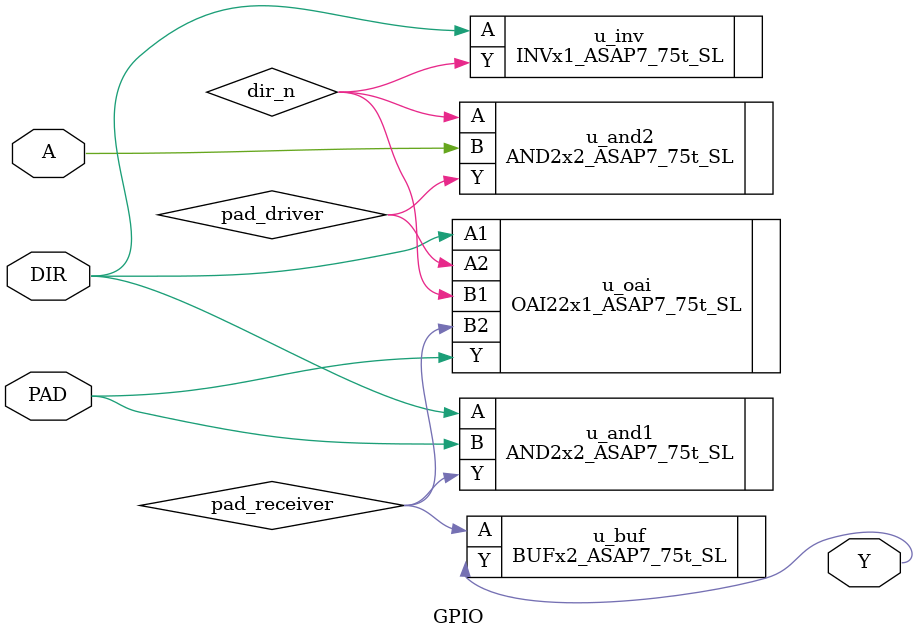
<source format=v>
module GPIO (
    input wire A,    // Data output
    output wire Y,   // Data input
    inout wire PAD,  // bi-directional pad
    input wire DIR   // direction control
);
    wire pad_driver;
    wire pad_receiver;
    wire dir_n;

    // Invert DIR using ASAP7 standard cell
    INVx1_ASAP7_75t_SL u_inv (
        .A(DIR),
        .Y(dir_n)
    );

    // When direction is enabled, propagate PAD to data input
    AND2x2_ASAP7_75t_SL u_and1 (
        .A(DIR),
        .B(PAD),
        .Y(pad_receiver)
    );

    // When direction is disabled, propagate data output to PAD
    AND2x2_ASAP7_75t_SL u_and2 (
        .A(dir_n),
        .B(A),
        .Y(pad_driver)
    );

    // Tri-state the PAD based on direction
    OAI22x1_ASAP7_75t_SL u_oai (
        .A1(DIR),
        .A2(pad_driver),
        .B1(dir_n),
        .B2(pad_receiver),
        .Y(PAD)
    );

    // Drive the data input Y
    BUFx2_ASAP7_75t_SL u_buf (
        .A(pad_receiver),
        .Y(Y)
    );
endmodule

</source>
